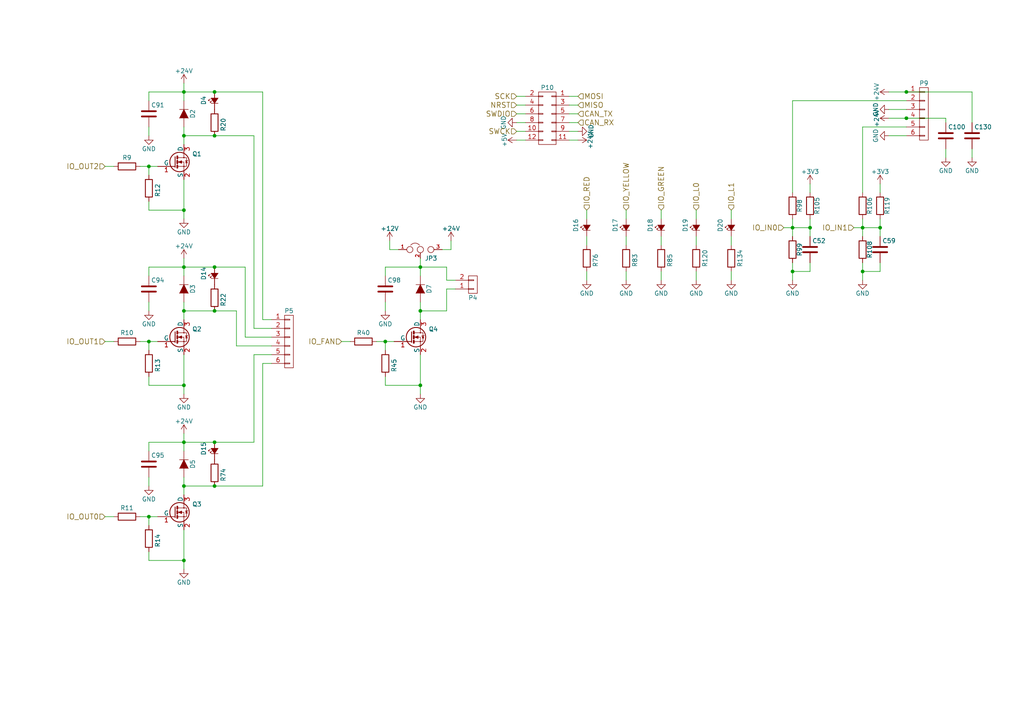
<source format=kicad_sch>
(kicad_sch (version 20211123) (generator eeschema)
  (paper "A4")
  (lib_symbols
    (symbol "stmbl_4.0-rescue:+12V-stmbl" (power) (pin_names (offset 0))
      (property "Value" "+12V-stmbl" (at 0 3.556 0))
      (symbol "+12V-stmbl_0_1"
        (polyline (pts (xy -0.762 1.27) (xy 0 2.54)))
        (polyline (pts (xy 0 0) (xy 0 2.54)))
        (polyline (pts (xy 0 2.54) (xy 0.762 1.27)))
      )
      (symbol "+12V-stmbl_1_1"
        (pin power_in line (at 0 0 90) (length 0) hide (name "+12V") (number "1"))
      )
    )
    (symbol "stmbl_4.0-rescue:+24V-stmbl" (power) (pin_names (offset 0))
      (property "Value" "+24V-stmbl" (at 0 3.556 0))
      (symbol "+24V-stmbl_0_1"
        (polyline (pts (xy -0.762 1.27) (xy 0 2.54)))
        (polyline (pts (xy 0 0) (xy 0 2.54)))
        (polyline (pts (xy 0 2.54) (xy 0.762 1.27)))
      )
      (symbol "+24V-stmbl_1_1"
        (pin power_in line (at 0 0 90) (length 0) hide (name "+24V") (number "1"))
      )
    )
    (symbol "stmbl_4.0-rescue:+3.3V-stmbl" (power) (pin_names (offset 0))
      (property "Value" "+3.3V-stmbl" (at 0 3.556 0))
      (symbol "+3.3V-stmbl_0_1"
        (polyline (pts (xy -0.762 1.27) (xy 0 2.54)))
        (polyline (pts (xy 0 0) (xy 0 2.54)))
        (polyline (pts (xy 0 2.54) (xy 0.762 1.27)))
      )
      (symbol "+3.3V-stmbl_1_1"
        (pin power_in line (at 0 0 90) (length 0) hide (name "+3V3") (number "1"))
      )
    )
    (symbol "stmbl_4.0-rescue:+5V-stmbl" (power) (pin_names (offset 0))
      (property "Value" "+5V-stmbl" (at 0 3.556 0))
      (symbol "+5V-stmbl_0_1"
        (polyline (pts (xy -0.762 1.27) (xy 0 2.54)))
        (polyline (pts (xy 0 0) (xy 0 2.54)))
        (polyline (pts (xy 0 2.54) (xy 0.762 1.27)))
      )
      (symbol "+5V-stmbl_1_1"
        (pin power_in line (at 0 0 90) (length 0) hide (name "+5V") (number "1"))
      )
    )
    (symbol "stmbl_4.0-rescue:C-stmbl" (pin_numbers hide) (pin_names (offset 0.254))
      (property "Reference" "C" (at 0.635 2.54 0))
      (property "Value" "C-stmbl" (at 0.635 -2.54 0))
      (symbol "C-stmbl_0_1"
        (polyline (pts (xy -2.032 -0.762) (xy 2.032 -0.762)) (stroke (width 0.508)))
        (polyline (pts (xy -2.032 0.762) (xy 2.032 0.762)) (stroke (width 0.508)))
      )
      (symbol "C-stmbl_1_1"
        (pin passive line (at 0 3.81 270) (length 2.794) (name "~") (number "1"))
        (pin passive line (at 0 -3.81 90) (length 2.794) (name "~") (number "2"))
      )
    )
    (symbol "stmbl_4.0-rescue:CONN_01X02-stmbl" (pin_names (offset 1.016) hide)
      (property "Reference" "P" (at 0 3.81 0))
      (property "Value" "CONN_01X02-stmbl" (at 2.54 0 90))
      (symbol "CONN_01X02-stmbl_0_1"
        (rectangle (start -1.27 -1.143) (end 0.254 -1.397))
        (rectangle (start -1.27 1.397) (end 0.254 1.143))
        (rectangle (start -1.27 2.54) (end 1.27 -2.54))
      )
      (symbol "CONN_01X02-stmbl_1_1"
        (pin passive line (at -5.08 1.27 0) (length 3.81) (name "P1") (number "1"))
        (pin passive line (at -5.08 -1.27 0) (length 3.81) (name "P2") (number "2"))
      )
    )
    (symbol "stmbl_4.0-rescue:CONN_01X06-stmbl" (pin_names (offset 1.016) hide)
      (property "Reference" "P" (at 0 8.89 0))
      (property "Value" "CONN_01X06-stmbl" (at 2.54 0 90))
      (symbol "CONN_01X06-stmbl_0_1"
        (rectangle (start -1.27 -6.223) (end 0.254 -6.477))
        (rectangle (start -1.27 -3.683) (end 0.254 -3.937))
        (rectangle (start -1.27 -1.143) (end 0.254 -1.397))
        (rectangle (start -1.27 1.397) (end 0.254 1.143))
        (rectangle (start -1.27 3.937) (end 0.254 3.683))
        (rectangle (start -1.27 6.477) (end 0.254 6.223))
        (rectangle (start -1.27 7.62) (end 1.27 -7.62))
      )
      (symbol "CONN_01X06-stmbl_1_1"
        (pin passive line (at -5.08 6.35 0) (length 3.81) (name "P1") (number "1"))
        (pin passive line (at -5.08 3.81 0) (length 3.81) (name "P2") (number "2"))
        (pin passive line (at -5.08 1.27 0) (length 3.81) (name "P3") (number "3"))
        (pin passive line (at -5.08 -1.27 0) (length 3.81) (name "P4") (number "4"))
        (pin passive line (at -5.08 -3.81 0) (length 3.81) (name "P5") (number "5"))
        (pin passive line (at -5.08 -6.35 0) (length 3.81) (name "P6") (number "6"))
      )
    )
    (symbol "stmbl_4.0-rescue:CONN_02X06-stmbl" (pin_names (offset 0.0254) hide)
      (property "Reference" "P" (at 0 8.89 0))
      (property "Value" "CONN_02X06-stmbl" (at 0 -8.89 0))
      (symbol "CONN_02X06-stmbl_0_1"
        (rectangle (start -2.54 -6.223) (end -1.27 -6.477))
        (rectangle (start -2.54 -3.683) (end -1.27 -3.937))
        (rectangle (start -2.54 -1.143) (end -1.27 -1.397))
        (rectangle (start -2.54 1.397) (end -1.27 1.143))
        (rectangle (start -2.54 3.937) (end -1.27 3.683))
        (rectangle (start -2.54 6.477) (end -1.27 6.223))
        (rectangle (start -2.54 7.62) (end 2.54 -7.62))
        (rectangle (start 1.27 -6.223) (end 2.54 -6.477))
        (rectangle (start 1.27 -3.683) (end 2.54 -3.937))
        (rectangle (start 1.27 -1.143) (end 2.54 -1.397))
        (rectangle (start 1.27 1.397) (end 2.54 1.143))
        (rectangle (start 1.27 3.937) (end 2.54 3.683))
        (rectangle (start 1.27 6.477) (end 2.54 6.223))
      )
      (symbol "CONN_02X06-stmbl_1_1"
        (pin passive line (at -6.35 6.35 0) (length 3.81) (name "P1") (number "1"))
        (pin passive line (at 6.35 -3.81 180) (length 3.81) (name "P10") (number "10"))
        (pin passive line (at -6.35 -6.35 0) (length 3.81) (name "P11") (number "11"))
        (pin passive line (at 6.35 -6.35 180) (length 3.81) (name "P12") (number "12"))
        (pin passive line (at 6.35 6.35 180) (length 3.81) (name "P2") (number "2"))
        (pin passive line (at -6.35 3.81 0) (length 3.81) (name "P3") (number "3"))
        (pin passive line (at 6.35 3.81 180) (length 3.81) (name "P4") (number "4"))
        (pin passive line (at -6.35 1.27 0) (length 3.81) (name "P5") (number "5"))
        (pin passive line (at 6.35 1.27 180) (length 3.81) (name "P6") (number "6"))
        (pin passive line (at -6.35 -1.27 0) (length 3.81) (name "P7") (number "7"))
        (pin passive line (at 6.35 -1.27 180) (length 3.81) (name "P8") (number "8"))
        (pin passive line (at -6.35 -3.81 0) (length 3.81) (name "P9") (number "9"))
      )
    )
    (symbol "stmbl_4.0-rescue:D-stmbl" (pin_numbers hide) (pin_names (offset 1.016) hide)
      (property "Reference" "D" (at 0 2.54 0))
      (property "Value" "D-stmbl" (at 0 -2.54 0))
      (symbol "D-stmbl_0_1"
        (polyline (pts (xy -1.27 1.27) (xy -1.27 -1.27)) (stroke (width 0.1524)))
        (polyline (pts (xy 1.27 1.27) (xy -1.27 0) (xy 1.27 -1.27)) (fill (type outline)))
      )
      (symbol "D-stmbl_1_1"
        (pin passive line (at -3.81 0 0) (length 2.54) (name "K") (number "1"))
        (pin passive line (at 3.81 0 180) (length 2.54) (name "A") (number "2"))
      )
    )
    (symbol "stmbl_4.0-rescue:GND-stmbl" (power) (pin_names (offset 0))
      (property "Value" "GND-stmbl" (at 0 -3.81 0))
      (symbol "GND-stmbl_0_1"
        (polyline (pts (xy 0 0) (xy 0 -1.27) (xy 1.27 -1.27) (xy 0 -2.54) (xy -1.27 -1.27) (xy 0 -1.27)))
      )
      (symbol "GND-stmbl_1_1"
        (pin power_in line (at 0 0 270) (length 0) hide (name "GND") (number "1"))
      )
    )
    (symbol "stmbl_4.0-rescue:JUMPER3_NC-stmbl" (pin_names (offset 0.762) hide)
      (property "Reference" "JP" (at 1.27 -2.54 0))
      (property "Value" "JUMPER3_NC-stmbl" (at 0 2.54 0))
      (symbol "JUMPER3_NC-stmbl_0_1"
        (circle (center -3.048 0) (radius 0.889))
        (arc (start -0.254 1.27) (mid -1.524 1.8804) (end -2.794 1.27))
        (circle (center 0 0) (radius 0.9144))
        (circle (center 3.048 0) (radius 0.889))
        (pin passive line (at -6.35 0 0) (length 2.413) (name "1") (number "1"))
        (pin passive line (at 0 -2.54 90) (length 1.524) (name "2") (number "2"))
        (pin passive line (at 6.35 0 180) (length 2.413) (name "3") (number "3"))
      )
    )
    (symbol "stmbl_4.0-rescue:Led_Small-stmbl" (pin_numbers hide) (pin_names (offset 0.254) hide)
      (property "Reference" "D" (at -1.27 3.175 0))
      (property "Value" "Led_Small-stmbl" (at -4.445 -2.54 0))
      (symbol "Led_Small-stmbl_0_1"
        (polyline (pts (xy -0.762 -1.016) (xy -0.762 1.016)))
        (polyline (pts (xy 0.762 -1.016) (xy -0.762 0) (xy 0.762 1.016) (xy 0.762 -1.016)) (fill (type outline)))
        (polyline (pts (xy 0 0.762) (xy -0.508 1.27) (xy -0.254 1.27) (xy -0.508 1.27) (xy -0.508 1.016)))
        (polyline (pts (xy 0.508 1.27) (xy 0 1.778) (xy 0.254 1.778) (xy 0 1.778) (xy 0 1.524)))
      )
      (symbol "Led_Small-stmbl_1_1"
        (pin passive line (at -2.54 0 0) (length 1.778) (name "K") (number "1"))
        (pin passive line (at 2.54 0 180) (length 1.778) (name "A") (number "2"))
      )
    )
    (symbol "stmbl_4.0-rescue:MMBF170-stmbl" (pin_names (offset 0))
      (property "Reference" "Q" (at 5.08 1.905 0))
      (property "Value" "MMBF170-stmbl" (at 5.08 0 0))
      (property "Footprint" "SOT-23" (at 5.08 -1.905 0))
      (symbol "MMBF170-stmbl_0_1"
        (polyline (pts (xy 0.635 -1.016) (xy 0.635 -1.651)) (stroke (width 0.508)))
        (polyline (pts (xy 0.635 0.381) (xy 0.635 -0.381)) (stroke (width 0.508)))
        (polyline (pts (xy 0.635 1.651) (xy 0.635 1.016)) (stroke (width 0.508)))
        (polyline (pts (xy 3.048 0.381) (xy 2.921 0.254)))
        (polyline (pts (xy 3.048 0.381) (xy 3.556 0.381)))
        (polyline (pts (xy 3.556 0.381) (xy 3.683 0.508)))
        (polyline (pts (xy 0 1.524) (xy 0 -1.524) (xy 0 -1.524)) (stroke (width 0.254)))
        (polyline (pts (xy 0.762 -1.27) (xy 2.54 -1.27) (xy 2.54 -2.54) (xy 2.54 -2.54)))
        (polyline (pts (xy 0.762 1.27) (xy 2.54 1.27) (xy 2.54 2.54) (xy 2.54 2.54)))
        (polyline (pts (xy 2.54 1.27) (xy 3.302 1.27) (xy 3.302 -1.27) (xy 2.54 -1.27)))
        (polyline (pts (xy 3.302 0.381) (xy 3.048 -0.254) (xy 3.556 -0.254) (xy 3.302 0.381)) (fill (type outline)))
        (polyline (pts (xy 0.762 0) (xy 1.27 0) (xy 2.54 0) (xy 2.54 -1.27) (xy 2.54 -1.27)))
        (polyline (pts (xy 0.889 0) (xy 1.905 0.381) (xy 1.905 -0.381) (xy 0.889 0) (xy 1.016 0) (xy 1.016 0)) (fill (type outline)))
        (circle (center 1.27 0) (radius 2.8194) (stroke (width 0.254)))
        (circle (center 2.54 -1.27) (radius 0.127))
        (circle (center 2.54 1.27) (radius 0.127))
      )
      (symbol "MMBF170-stmbl_1_1"
        (pin input line (at -5.08 -1.27 0) (length 5.08) (name "G") (number "1"))
        (pin passive line (at 2.54 -5.08 90) (length 2.54) (name "S") (number "2"))
        (pin passive line (at 2.54 5.08 270) (length 2.54) (name "D") (number "3"))
      )
    )
    (symbol "stmbl_4.0-rescue:R-stmbl" (pin_numbers hide) (pin_names (offset 0))
      (property "Reference" "R" (at 2.032 0 90))
      (property "Value" "R-stmbl" (at 0 0 90))
      (symbol "R-stmbl_0_1"
        (rectangle (start -1.016 -2.54) (end 1.016 2.54) (stroke (width 0.254)))
      )
      (symbol "R-stmbl_1_1"
        (pin passive line (at 0 3.81 270) (length 1.27) (name "~") (number "1"))
        (pin passive line (at 0 -3.81 90) (length 1.27) (name "~") (number "2"))
      )
    )
  )
  (junction (at 121.92 90.17))
  (junction (at 111.76 99.06))
  (junction (at 234.95 66.04))
  (junction (at 53.34 90.17))
  (junction (at 53.34 140.97))
  (junction (at 62.23 77.47))
  (junction (at 43.18 48.26))
  (junction (at 121.92 77.47))
  (junction (at 229.87 78.74))
  (junction (at 121.92 111.76))
  (junction (at 53.34 111.76))
  (junction (at 250.19 66.04))
  (junction (at 43.18 149.86))
  (junction (at 62.23 90.17))
  (junction (at 229.87 66.04))
  (junction (at 53.34 128.27))
  (junction (at 262.89 34.29))
  (junction (at 53.34 162.56))
  (junction (at 53.34 39.37))
  (junction (at 43.18 99.06))
  (junction (at 250.19 78.74))
  (junction (at 53.34 60.96))
  (junction (at 62.23 39.37))
  (junction (at 53.34 26.67))
  (junction (at 62.23 128.27))
  (junction (at 255.27 66.04))
  (junction (at 53.34 77.47))
  (junction (at 62.23 140.97))
  (junction (at 262.89 26.67))
  (junction (at 62.23 26.67))
  (wire (pts (xy 250.19 76.2) (xy 250.19 78.74)))
  (wire (pts (xy 149.86 30.48) (xy 152.4 30.48)))
  (wire (pts (xy 129.54 77.47) (xy 121.92 77.47)))
  (wire (pts (xy 250.19 36.83) (xy 250.19 55.88)))
  (wire (pts (xy 149.86 40.64) (xy 152.4 40.64)))
  (wire (pts (xy 201.93 68.58) (xy 201.93 71.12)))
  (wire (pts (xy 170.18 78.74) (xy 170.18 81.28)))
  (wire (pts (xy 181.61 60.96) (xy 181.61 63.5)))
  (wire (pts (xy 68.58 100.33) (xy 68.58 90.17)))
  (wire (pts (xy 43.18 149.86) (xy 45.72 149.86)))
  (wire (pts (xy 71.12 97.79) (xy 78.74 97.79)))
  (wire (pts (xy 76.2 140.97) (xy 62.23 140.97)))
  (wire (pts (xy 101.6 99.06) (xy 99.06 99.06)))
  (wire (pts (xy 262.89 34.29) (xy 274.32 34.29)))
  (wire (pts (xy 43.18 109.22) (xy 43.18 111.76)))
  (wire (pts (xy 257.81 39.37) (xy 262.89 39.37)))
  (wire (pts (xy 229.87 29.21) (xy 262.89 29.21)))
  (wire (pts (xy 111.76 87.63) (xy 111.76 90.17)))
  (wire (pts (xy 43.18 80.01) (xy 43.18 77.47)))
  (wire (pts (xy 149.86 27.94) (xy 152.4 27.94)))
  (wire (pts (xy 53.34 111.76) (xy 53.34 114.3)))
  (wire (pts (xy 68.58 90.17) (xy 62.23 90.17)))
  (wire (pts (xy 130.81 72.39) (xy 130.81 69.85)))
  (wire (pts (xy 76.2 105.41) (xy 76.2 140.97)))
  (wire (pts (xy 121.92 77.47) (xy 121.92 80.01)))
  (wire (pts (xy 121.92 77.47) (xy 111.76 77.47)))
  (wire (pts (xy 62.23 128.27) (xy 53.34 128.27)))
  (wire (pts (xy 43.18 111.76) (xy 53.34 111.76)))
  (wire (pts (xy 165.1 33.02) (xy 167.64 33.02)))
  (wire (pts (xy 53.34 138.43) (xy 53.34 140.97)))
  (wire (pts (xy 53.34 162.56) (xy 53.34 165.1)))
  (wire (pts (xy 132.08 81.28) (xy 129.54 81.28)))
  (wire (pts (xy 53.34 128.27) (xy 53.34 130.81)))
  (wire (pts (xy 121.92 111.76) (xy 121.92 114.3)))
  (wire (pts (xy 71.12 77.47) (xy 71.12 97.79)))
  (wire (pts (xy 229.87 29.21) (xy 229.87 55.88)))
  (wire (pts (xy 76.2 92.71) (xy 76.2 26.67)))
  (wire (pts (xy 78.74 102.87) (xy 73.66 102.87)))
  (wire (pts (xy 43.18 26.67) (xy 43.18 29.21)))
  (wire (pts (xy 212.09 68.58) (xy 212.09 71.12)))
  (wire (pts (xy 43.18 48.26) (xy 45.72 48.26)))
  (wire (pts (xy 43.18 160.02) (xy 43.18 162.56)))
  (wire (pts (xy 262.89 26.67) (xy 281.94 26.67)))
  (wire (pts (xy 274.32 34.29) (xy 274.32 35.56)))
  (wire (pts (xy 53.34 77.47) (xy 62.23 77.47)))
  (wire (pts (xy 212.09 78.74) (xy 212.09 81.28)))
  (wire (pts (xy 191.77 68.58) (xy 191.77 71.12)))
  (wire (pts (xy 78.74 100.33) (xy 68.58 100.33)))
  (wire (pts (xy 43.18 60.96) (xy 53.34 60.96)))
  (wire (pts (xy 165.1 30.48) (xy 167.64 30.48)))
  (wire (pts (xy 229.87 76.2) (xy 229.87 78.74)))
  (wire (pts (xy 53.34 26.67) (xy 43.18 26.67)))
  (wire (pts (xy 234.95 63.5) (xy 234.95 66.04)))
  (wire (pts (xy 111.76 101.6) (xy 111.76 99.06)))
  (wire (pts (xy 191.77 78.74) (xy 191.77 81.28)))
  (wire (pts (xy 111.76 109.22) (xy 111.76 111.76)))
  (wire (pts (xy 53.34 26.67) (xy 53.34 29.21)))
  (wire (pts (xy 255.27 76.2) (xy 255.27 78.74)))
  (wire (pts (xy 111.76 77.47) (xy 111.76 80.01)))
  (wire (pts (xy 53.34 125.73) (xy 53.34 128.27)))
  (wire (pts (xy 109.22 99.06) (xy 111.76 99.06)))
  (wire (pts (xy 78.74 105.41) (xy 76.2 105.41)))
  (wire (pts (xy 43.18 99.06) (xy 45.72 99.06)))
  (wire (pts (xy 255.27 78.74) (xy 250.19 78.74)))
  (wire (pts (xy 281.94 26.67) (xy 281.94 35.56)))
  (wire (pts (xy 43.18 39.37) (xy 43.18 36.83)))
  (wire (pts (xy 234.95 53.34) (xy 234.95 55.88)))
  (wire (pts (xy 229.87 66.04) (xy 229.87 68.58)))
  (wire (pts (xy 250.19 63.5) (xy 250.19 66.04)))
  (wire (pts (xy 43.18 162.56) (xy 53.34 162.56)))
  (wire (pts (xy 53.34 87.63) (xy 53.34 90.17)))
  (wire (pts (xy 73.66 102.87) (xy 73.66 128.27)))
  (wire (pts (xy 132.08 83.82) (xy 129.54 83.82)))
  (wire (pts (xy 43.18 58.42) (xy 43.18 60.96)))
  (wire (pts (xy 234.95 66.04) (xy 234.95 68.58)))
  (wire (pts (xy 227.33 66.04) (xy 229.87 66.04)))
  (wire (pts (xy 255.27 63.5) (xy 255.27 66.04)))
  (wire (pts (xy 181.61 78.74) (xy 181.61 81.28)))
  (wire (pts (xy 250.19 66.04) (xy 250.19 68.58)))
  (wire (pts (xy 121.92 90.17) (xy 121.92 92.71)))
  (wire (pts (xy 76.2 26.67) (xy 62.23 26.67)))
  (wire (pts (xy 181.61 68.58) (xy 181.61 71.12)))
  (wire (pts (xy 40.64 149.86) (xy 43.18 149.86)))
  (wire (pts (xy 53.34 140.97) (xy 53.34 143.51)))
  (wire (pts (xy 53.34 39.37) (xy 53.34 41.91)))
  (wire (pts (xy 129.54 90.17) (xy 121.92 90.17)))
  (wire (pts (xy 229.87 66.04) (xy 234.95 66.04)))
  (wire (pts (xy 33.02 48.26) (xy 30.48 48.26)))
  (wire (pts (xy 111.76 111.76) (xy 121.92 111.76)))
  (wire (pts (xy 62.23 26.67) (xy 53.34 26.67)))
  (wire (pts (xy 62.23 140.97) (xy 53.34 140.97)))
  (wire (pts (xy 247.65 66.04) (xy 250.19 66.04)))
  (wire (pts (xy 53.34 90.17) (xy 53.34 92.71)))
  (wire (pts (xy 40.64 48.26) (xy 43.18 48.26)))
  (wire (pts (xy 128.27 72.39) (xy 130.81 72.39)))
  (wire (pts (xy 191.77 60.96) (xy 191.77 63.5)))
  (wire (pts (xy 53.34 102.87) (xy 53.34 111.76)))
  (wire (pts (xy 53.34 60.96) (xy 53.34 63.5)))
  (wire (pts (xy 111.76 99.06) (xy 114.3 99.06)))
  (wire (pts (xy 250.19 36.83) (xy 262.89 36.83)))
  (wire (pts (xy 170.18 68.58) (xy 170.18 71.12)))
  (wire (pts (xy 121.92 87.63) (xy 121.92 90.17)))
  (wire (pts (xy 62.23 39.37) (xy 73.66 39.37)))
  (wire (pts (xy 165.1 40.64) (xy 167.64 40.64)))
  (wire (pts (xy 33.02 99.06) (xy 30.48 99.06)))
  (wire (pts (xy 53.34 24.13) (xy 53.34 26.67)))
  (wire (pts (xy 43.18 101.6) (xy 43.18 99.06)))
  (wire (pts (xy 274.32 45.72) (xy 274.32 43.18)))
  (wire (pts (xy 229.87 63.5) (xy 229.87 66.04)))
  (wire (pts (xy 234.95 78.74) (xy 229.87 78.74)))
  (wire (pts (xy 250.19 78.74) (xy 250.19 81.28)))
  (wire (pts (xy 62.23 90.17) (xy 53.34 90.17)))
  (wire (pts (xy 170.18 60.96) (xy 170.18 63.5)))
  (wire (pts (xy 40.64 99.06) (xy 43.18 99.06)))
  (wire (pts (xy 201.93 60.96) (xy 201.93 63.5)))
  (wire (pts (xy 115.57 72.39) (xy 113.03 72.39)))
  (wire (pts (xy 165.1 35.56) (xy 167.64 35.56)))
  (wire (pts (xy 255.27 66.04) (xy 255.27 68.58)))
  (wire (pts (xy 43.18 140.97) (xy 43.18 138.43)))
  (wire (pts (xy 113.03 72.39) (xy 113.03 69.85)))
  (wire (pts (xy 121.92 74.93) (xy 121.92 77.47)))
  (wire (pts (xy 229.87 78.74) (xy 229.87 81.28)))
  (wire (pts (xy 212.09 60.96) (xy 212.09 63.5)))
  (wire (pts (xy 129.54 83.82) (xy 129.54 90.17)))
  (wire (pts (xy 53.34 36.83) (xy 53.34 39.37)))
  (wire (pts (xy 43.18 152.4) (xy 43.18 149.86)))
  (wire (pts (xy 62.23 77.47) (xy 71.12 77.47)))
  (wire (pts (xy 73.66 128.27) (xy 62.23 128.27)))
  (wire (pts (xy 149.86 33.02) (xy 152.4 33.02)))
  (wire (pts (xy 281.94 45.72) (xy 281.94 43.18)))
  (wire (pts (xy 121.92 102.87) (xy 121.92 111.76)))
  (wire (pts (xy 129.54 81.28) (xy 129.54 77.47)))
  (wire (pts (xy 43.18 128.27) (xy 43.18 130.81)))
  (wire (pts (xy 53.34 52.07) (xy 53.34 60.96)))
  (wire (pts (xy 257.81 34.29) (xy 262.89 34.29)))
  (wire (pts (xy 152.4 38.1) (xy 149.86 38.1)))
  (wire (pts (xy 53.34 39.37) (xy 62.23 39.37)))
  (wire (pts (xy 250.19 66.04) (xy 255.27 66.04)))
  (wire (pts (xy 73.66 95.25) (xy 78.74 95.25)))
  (wire (pts (xy 165.1 38.1) (xy 167.64 38.1)))
  (wire (pts (xy 43.18 90.17) (xy 43.18 87.63)))
  (wire (pts (xy 78.74 92.71) (xy 76.2 92.71)))
  (wire (pts (xy 33.02 149.86) (xy 30.48 149.86)))
  (wire (pts (xy 43.18 77.47) (xy 53.34 77.47)))
  (wire (pts (xy 255.27 53.34) (xy 255.27 55.88)))
  (wire (pts (xy 53.34 74.93) (xy 53.34 77.47)))
  (wire (pts (xy 149.86 35.56) (xy 152.4 35.56)))
  (wire (pts (xy 53.34 77.47) (xy 53.34 80.01)))
  (wire (pts (xy 73.66 39.37) (xy 73.66 95.25)))
  (wire (pts (xy 257.81 31.75) (xy 262.89 31.75)))
  (wire (pts (xy 165.1 27.94) (xy 167.64 27.94)))
  (wire (pts (xy 201.93 78.74) (xy 201.93 81.28)))
  (wire (pts (xy 53.34 128.27) (xy 43.18 128.27)))
  (wire (pts (xy 234.95 76.2) (xy 234.95 78.74)))
  (wire (pts (xy 43.18 50.8) (xy 43.18 48.26)))
  (wire (pts (xy 53.34 153.67) (xy 53.34 162.56)))
  (wire (pts (xy 257.81 26.67) (xy 262.89 26.67)))
  (hierarchical_label "IO_OUT2" (shape input) (at 30.48 48.26 180) (effects (font (size 1.524 1.524))))
  (hierarchical_label "IO_OUT0" (shape input) (at 30.48 149.86 180) (effects (font (size 1.524 1.524))))
  (hierarchical_label "MOSI" (shape input) (at 167.64 27.94 0) (effects (font (size 1.524 1.524))))
  (hierarchical_label "SWDIO" (shape input) (at 149.86 33.02 180) (effects (font (size 1.524 1.524))))
  (hierarchical_label "IO_IN0" (shape input) (at 227.33 66.04 180) (effects (font (size 1.524 1.524))))
  (hierarchical_label "IO_L1" (shape input) (at 212.09 60.96 90) (effects (font (size 1.524 1.524))))
  (hierarchical_label "IO_OUT1" (shape input) (at 30.48 99.06 180) (effects (font (size 1.524 1.524))))
  (hierarchical_label "IO_IN1" (shape input) (at 247.65 66.04 180) (effects (font (size 1.524 1.524))))
  (hierarchical_label "MISO" (shape input) (at 167.64 30.48 0) (effects (font (size 1.524 1.524))))
  (hierarchical_label "NRST" (shape input) (at 149.86 30.48 180) (effects (font (size 1.524 1.524))))
  (hierarchical_label "CAN_RX" (shape input) (at 167.64 35.56 0) (effects (font (size 1.524 1.524))))
  (hierarchical_label "IO_YELLOW" (shape input) (at 181.61 60.96 90) (effects (font (size 1.524 1.524))))
  (hierarchical_label "SCK" (shape input) (at 149.86 27.94 180) (effects (font (size 1.524 1.524))))
  (hierarchical_label "SWCK" (shape input) (at 149.86 38.1 180) (effects (font (size 1.524 1.524))))
  (hierarchical_label "IO_L0" (shape input) (at 201.93 60.96 90) (effects (font (size 1.524 1.524))))
  (hierarchical_label "CAN_TX" (shape input) (at 167.64 33.02 0) (effects (font (size 1.524 1.524))))
  (hierarchical_label "IO_RED" (shape input) (at 170.18 60.96 90) (effects (font (size 1.524 1.524))))
  (hierarchical_label "IO_GREEN" (shape input) (at 191.77 60.96 90) (effects (font (size 1.524 1.524))))
  (hierarchical_label "IO_FAN" (shape input) (at 99.06 99.06 180) (effects (font (size 1.524 1.524))))
  (symbol (lib_id "stmbl_4.0-rescue:CONN_01X06-stmbl") (at 83.82 99.06 0) (unit 1)
    (property "Reference" "P5" (at 83.82 90.17 0))
    (property "Manufacturer No" "1844252" (effects hide))
    (property "Manufacturer" "Phoenix" (effects hide))
  )
  (symbol (lib_id "stmbl_4.0-rescue:CONN_01X06-stmbl") (at 267.97 33.02 0) (unit 1)
    (property "Reference" "P9" (at 267.97 24.13 0))
    (property "Manufacturer No" "1844252" (effects hide))
    (property "Manufacturer" "Phoenix" (effects hide))
  )
  (symbol (lib_id "stmbl_4.0-rescue:+24V-stmbl") (at 257.81 26.67 90) (unit 1)
    (property "Reference" "#PWR0145" (effects hide))
  )
  (symbol (lib_id "stmbl_4.0-rescue:+24V-stmbl") (at 257.81 34.29 90) (unit 1)
    (property "Reference" "#PWR0146" (effects hide))
  )
  (symbol (lib_id "stmbl_4.0-rescue:+24V-stmbl") (at 167.64 40.64 270) (unit 1)
    (property "Reference" "#PWR0147" (effects hide))
  )
  (symbol (lib_id "stmbl_4.0-rescue:+5V-stmbl") (at 149.86 40.64 90) (unit 1)
    (property "Reference" "#PWR0148" (effects hide))
  )
  (symbol (lib_id "stmbl_4.0-rescue:GND-stmbl") (at 167.64 38.1 90) (unit 1)
    (property "Reference" "#PWR0149" (effects hide))
  )
  (symbol (lib_id "stmbl_4.0-rescue:GND-stmbl") (at 257.81 39.37 270) (unit 1)
    (property "Reference" "#PWR0150" (effects hide))
  )
  (symbol (lib_id "stmbl_4.0-rescue:GND-stmbl") (at 257.81 31.75 270) (unit 1)
    (property "Reference" "#PWR0151" (effects hide))
  )
  (symbol (lib_id "stmbl_4.0-rescue:MMBF170-stmbl") (at 50.8 46.99 0) (unit 1)
    (property "Reference" "Q1" (at 55.7276 44.6532 0) (effects (justify left)))
    (property "Manufacturer No" "IRLML6344TRPBF" (effects hide))
    (property "Manufacturer" "Infineon" (effects hide))
  )
  (symbol (lib_id "stmbl_4.0-rescue:R-stmbl") (at 36.83 48.26 270) (unit 1)
    (property "Reference" "R9" (at 36.83 45.72 90))
    (property "Tolerance" "1%" (effects hide))
  )
  (symbol (lib_id "stmbl_4.0-rescue:R-stmbl") (at 43.18 54.61 0) (unit 1)
    (property "Reference" "R12" (at 45.72 57.15 90) (effects (justify left)))
    (property "Tolerance" "1%" (effects hide))
  )
  (symbol (lib_id "stmbl_4.0-rescue:GND-stmbl") (at 53.34 63.5 0) (unit 1)
    (property "Reference" "#PWR0152" (effects hide))
  )
  (symbol (lib_id "stmbl_4.0-rescue:D-stmbl") (at 53.34 33.02 270) (unit 1)
    (property "Reference" "D2" (at 55.88 33.02 0))
    (property "Manufacturer No" "ES1J-LTP" (effects hide))
    (property "Manufacturer" "Micro Commercial Co" (effects hide))
  )
  (symbol (lib_id "stmbl_4.0-rescue:MMBF170-stmbl") (at 50.8 97.79 0) (unit 1)
    (property "Reference" "Q2" (at 55.7276 95.4532 0) (effects (justify left)))
    (property "Manufacturer No" "IRLML6344TRPBF" (effects hide))
    (property "Manufacturer" "Infineon" (effects hide))
  )
  (symbol (lib_id "stmbl_4.0-rescue:R-stmbl") (at 36.83 99.06 270) (unit 1)
    (property "Reference" "R10" (at 36.83 96.52 90))
    (property "Tolerance" "1%" (effects hide))
  )
  (symbol (lib_id "stmbl_4.0-rescue:R-stmbl") (at 43.18 105.41 0) (unit 1)
    (property "Reference" "R13" (at 45.72 107.95 90) (effects (justify left)))
    (property "Tolerance" "1%" (effects hide))
  )
  (symbol (lib_id "stmbl_4.0-rescue:GND-stmbl") (at 53.34 114.3 0) (unit 1)
    (property "Reference" "#PWR0153" (effects hide))
  )
  (symbol (lib_id "stmbl_4.0-rescue:D-stmbl") (at 53.34 83.82 270) (unit 1)
    (property "Reference" "D3" (at 55.88 83.82 0))
    (property "Manufacturer No" "ES1J-LTP" (effects hide))
    (property "Manufacturer" "Micro Commercial Co" (effects hide))
  )
  (symbol (lib_id "stmbl_4.0-rescue:MMBF170-stmbl") (at 50.8 148.59 0) (unit 1)
    (property "Reference" "Q3" (at 55.7276 146.2532 0) (effects (justify left)))
    (property "Manufacturer No" "IRLML6344TRPBF" (effects hide))
    (property "Manufacturer" "Infineon" (effects hide))
  )
  (symbol (lib_id "stmbl_4.0-rescue:R-stmbl") (at 36.83 149.86 270) (unit 1)
    (property "Reference" "R11" (at 36.83 147.32 90))
    (property "Tolerance" "1%" (effects hide))
  )
  (symbol (lib_id "stmbl_4.0-rescue:R-stmbl") (at 43.18 156.21 0) (unit 1)
    (property "Reference" "R14" (at 45.72 158.75 90) (effects (justify left)))
    (property "Tolerance" "1%" (effects hide))
  )
  (symbol (lib_id "stmbl_4.0-rescue:GND-stmbl") (at 53.34 165.1 0) (unit 1)
    (property "Reference" "#PWR0154" (effects hide))
  )
  (symbol (lib_id "stmbl_4.0-rescue:D-stmbl") (at 53.34 134.62 270) (unit 1)
    (property "Reference" "D5" (at 55.88 134.62 0))
    (property "Manufacturer No" "ES1J-LTP" (effects hide))
    (property "Manufacturer" "Micro Commercial Co" (effects hide))
  )
  (symbol (lib_id "stmbl_4.0-rescue:MMBF170-stmbl") (at 119.38 97.79 0) (unit 1)
    (property "Reference" "Q4" (at 124.3076 95.4532 0) (effects (justify left)))
    (property "Manufacturer No" "IRLML6344TRPBF" (effects hide))
    (property "Manufacturer" "Infineon" (effects hide))
  )
  (symbol (lib_id "stmbl_4.0-rescue:R-stmbl") (at 105.41 99.06 270) (unit 1)
    (property "Reference" "R40" (at 105.41 96.52 90))
    (property "Tolerance" "1%" (effects hide))
  )
  (symbol (lib_id "stmbl_4.0-rescue:R-stmbl") (at 111.76 105.41 0) (unit 1)
    (property "Reference" "R45" (at 114.3 107.95 90) (effects (justify left)))
    (property "Tolerance" "1%" (effects hide))
  )
  (symbol (lib_id "stmbl_4.0-rescue:GND-stmbl") (at 121.92 114.3 0) (unit 1)
    (property "Reference" "#PWR0155" (effects hide))
  )
  (symbol (lib_id "stmbl_4.0-rescue:D-stmbl") (at 121.92 83.82 270) (unit 1)
    (property "Reference" "D7" (at 124.46 83.82 0))
    (property "Manufacturer No" "ES1J-LTP" (effects hide))
    (property "Manufacturer" "Micro Commercial Co" (effects hide))
  )
  (symbol (lib_id "stmbl_4.0-rescue:R-stmbl") (at 255.27 59.69 0) (unit 1)
    (property "Reference" "R119" (at 257.302 59.69 90))
    (property "Tolerance" "1%" (effects hide))
  )
  (symbol (lib_id "stmbl_4.0-rescue:R-stmbl") (at 250.19 59.69 0) (unit 1)
    (property "Reference" "R106" (at 252.222 59.69 90))
    (property "Tolerance" "1%" (effects hide))
  )
  (symbol (lib_id "stmbl_4.0-rescue:R-stmbl") (at 250.19 72.39 0) (unit 1)
    (property "Reference" "R108" (at 252.222 72.39 90))
    (property "Tolerance" "1%" (effects hide))
  )
  (symbol (lib_id "stmbl_4.0-rescue:GND-stmbl") (at 250.19 81.28 0) (unit 1)
    (property "Reference" "#PWR0156" (effects hide))
  )
  (symbol (lib_id "stmbl_4.0-rescue:+3.3V-stmbl") (at 255.27 53.34 0) (unit 1)
    (property "Reference" "#PWR0157" (effects hide))
  )
  (symbol (lib_id "stmbl_4.0-rescue:R-stmbl") (at 234.95 59.69 0) (unit 1)
    (property "Reference" "R105" (at 236.982 59.69 90))
    (property "Tolerance" "1%" (effects hide))
  )
  (symbol (lib_id "stmbl_4.0-rescue:R-stmbl") (at 229.87 59.69 0) (unit 1)
    (property "Reference" "R98" (at 231.902 59.69 90))
    (property "Tolerance" "1%" (effects hide))
  )
  (symbol (lib_id "stmbl_4.0-rescue:R-stmbl") (at 229.87 72.39 0) (unit 1)
    (property "Reference" "R99" (at 231.902 72.39 90))
    (property "Tolerance" "1%" (effects hide))
  )
  (symbol (lib_id "stmbl_4.0-rescue:GND-stmbl") (at 229.87 81.28 0) (unit 1)
    (property "Reference" "#PWR0158" (effects hide))
  )
  (symbol (lib_id "stmbl_4.0-rescue:+3.3V-stmbl") (at 234.95 53.34 0) (unit 1)
    (property "Reference" "#PWR0159" (effects hide))
  )
  (symbol (lib_id "stmbl_4.0-rescue:C-stmbl") (at 234.95 72.39 0) (unit 1)
    (property "Reference" "C52" (at 235.585 69.85 0) (effects (justify left)))
    (property "Voltage" "50V" (effects hide))
    (property "Tolerance" "X5R" (effects hide))
  )
  (symbol (lib_id "stmbl_4.0-rescue:C-stmbl") (at 255.27 72.39 0) (unit 1)
    (property "Reference" "C59" (at 255.905 69.85 0) (effects (justify left)))
    (property "Voltage" "50V" (effects hide))
    (property "Tolerance" "X5R" (effects hide))
  )
  (symbol (lib_id "stmbl_4.0-rescue:+12V-stmbl") (at 113.03 69.85 0) (unit 1)
    (property "Reference" "#PWR0160" (effects hide))
  )
  (symbol (lib_id "stmbl_4.0-rescue:CONN_02X06-stmbl") (at 158.75 34.29 0) (mirror y) (unit 1)
    (property "Reference" "P10" (at 158.75 25.4 0))
  )
  (symbol (lib_id "stmbl_4.0-rescue:R-stmbl") (at 62.23 35.56 0) (unit 1)
    (property "Reference" "R20" (at 64.77 38.1 90) (effects (justify left)))
    (property "Tolerance" "1%" (effects hide))
  )
  (symbol (lib_id "stmbl_4.0-rescue:Led_Small-stmbl") (at 62.23 29.21 90) (unit 1)
    (property "Reference" "D4" (at 59.055 30.48 0) (effects (justify left)))
    (property "Manufacturer No" "LTST-S220KGKT" (effects hide))
    (property "Manufacturer" "Lite-On" (effects hide))
  )
  (symbol (lib_id "stmbl_4.0-rescue:R-stmbl") (at 62.23 86.36 0) (unit 1)
    (property "Reference" "R22" (at 64.77 88.9 90) (effects (justify left)))
    (property "Tolerance" "1%" (effects hide))
  )
  (symbol (lib_id "stmbl_4.0-rescue:Led_Small-stmbl") (at 62.23 80.01 90) (unit 1)
    (property "Reference" "D14" (at 59.055 81.28 0) (effects (justify left)))
    (property "Manufacturer No" "LTST-S220KGKT" (effects hide))
    (property "Manufacturer" "Lite-On" (effects hide))
  )
  (symbol (lib_id "stmbl_4.0-rescue:R-stmbl") (at 62.23 137.16 0) (unit 1)
    (property "Reference" "R74" (at 64.77 139.7 90) (effects (justify left)))
    (property "Tolerance" "1%" (effects hide))
  )
  (symbol (lib_id "stmbl_4.0-rescue:Led_Small-stmbl") (at 62.23 130.81 90) (unit 1)
    (property "Reference" "D15" (at 59.055 132.08 0) (effects (justify left)))
    (property "Manufacturer No" "LTST-S220KGKT" (effects hide))
    (property "Manufacturer" "Lite-On" (effects hide))
  )
  (symbol (lib_id "stmbl_4.0-rescue:R-stmbl") (at 212.09 74.93 0) (unit 1)
    (property "Reference" "R134" (at 214.63 77.47 90) (effects (justify left)))
    (property "Tolerance" "1%" (effects hide))
  )
  (symbol (lib_id "stmbl_4.0-rescue:Led_Small-stmbl") (at 212.09 66.04 90) (unit 1)
    (property "Reference" "D20" (at 208.915 67.31 0) (effects (justify left)))
    (property "Manufacturer No" "LTST-S220KGKT" (effects hide))
    (property "Manufacturer" "Lite-On" (effects hide))
  )
  (symbol (lib_id "stmbl_4.0-rescue:GND-stmbl") (at 212.09 81.28 0) (unit 1)
    (property "Reference" "#PWR0161" (effects hide))
  )
  (symbol (lib_id "stmbl_4.0-rescue:R-stmbl") (at 201.93 74.93 0) (unit 1)
    (property "Reference" "R120" (at 204.47 77.47 90) (effects (justify left)))
    (property "Tolerance" "1%" (effects hide))
  )
  (symbol (lib_id "stmbl_4.0-rescue:Led_Small-stmbl") (at 201.93 66.04 90) (unit 1)
    (property "Reference" "D19" (at 198.755 67.31 0) (effects (justify left)))
    (property "Manufacturer No" "LTST-S220KGKT" (effects hide))
    (property "Manufacturer" "Lite-On" (effects hide))
  )
  (symbol (lib_id "stmbl_4.0-rescue:GND-stmbl") (at 201.93 81.28 0) (unit 1)
    (property "Reference" "#PWR0162" (effects hide))
  )
  (symbol (lib_id "stmbl_4.0-rescue:GND-stmbl") (at 149.86 35.56 270) (unit 1)
    (property "Reference" "#PWR0163" (effects hide))
  )
  (symbol (lib_id "stmbl_4.0-rescue:R-stmbl") (at 191.77 74.93 0) (unit 1)
    (property "Reference" "R85" (at 194.31 77.47 90) (effects (justify left)))
    (property "Tolerance" "1%" (effects hide))
  )
  (symbol (lib_id "stmbl_4.0-rescue:Led_Small-stmbl") (at 191.77 66.04 90) (unit 1)
    (property "Reference" "D18" (at 188.595 67.31 0) (effects (justify left)))
    (property "Manufacturer No" "LTST-S220KGKT" (effects hide))
    (property "Manufacturer" "Lite-On" (effects hide))
  )
  (symbol (lib_id "stmbl_4.0-rescue:GND-stmbl") (at 191.77 81.28 0) (unit 1)
    (property "Reference" "#PWR0164" (effects hide))
  )
  (symbol (lib_id "stmbl_4.0-rescue:R-stmbl") (at 181.61 74.93 0) (unit 1)
    (property "Reference" "R83" (at 184.15 77.47 90) (effects (justify left)))
    (property "Tolerance" "1%" (effects hide))
  )
  (symbol (lib_id "stmbl_4.0-rescue:Led_Small-stmbl") (at 181.61 66.04 90) (unit 1)
    (property "Reference" "D17" (at 178.435 67.31 0) (effects (justify left)))
    (property "Manufacturer No" "LTST-S220KSKT" (effects hide))
    (property "Manufacturer" "Lite-On" (effects hide))
  )
  (symbol (lib_id "stmbl_4.0-rescue:GND-stmbl") (at 181.61 81.28 0) (unit 1)
    (property "Reference" "#PWR0165" (effects hide))
  )
  (symbol (lib_id "stmbl_4.0-rescue:R-stmbl") (at 170.18 74.93 0) (unit 1)
    (property "Reference" "R76" (at 172.72 77.47 90) (effects (justify left)))
    (property "Tolerance" "1%" (effects hide))
  )
  (symbol (lib_id "stmbl_4.0-rescue:Led_Small-stmbl") (at 170.18 66.04 90) (unit 1)
    (property "Reference" "D16" (at 167.005 67.31 0) (effects (justify left)))
    (property "Manufacturer No" "LTST-S220KRKT" (effects hide))
    (property "Manufacturer" "Lite-On" (effects hide))
  )
  (symbol (lib_id "stmbl_4.0-rescue:GND-stmbl") (at 170.18 81.28 0) (unit 1)
    (property "Reference" "#PWR0166" (effects hide))
  )
  (symbol (lib_id "stmbl_4.0-rescue:CONN_01X02-stmbl") (at 137.16 82.55 0) (mirror x) (unit 1)
    (property "Reference" "P4" (at 137.16 86.36 0))
  )
  (symbol (lib_id "stmbl_4.0-rescue:C-stmbl") (at 43.18 33.02 0) (unit 1)
    (property "Reference" "C91" (at 43.815 30.48 0) (effects (justify left)))
    (property "Voltage" "50V" (effects hide))
    (property "Tolerance" "X5R" (effects hide))
  )
  (symbol (lib_id "stmbl_4.0-rescue:GND-stmbl") (at 43.18 39.37 0) (unit 1)
    (property "Reference" "#PWR0167" (effects hide))
  )
  (symbol (lib_id "stmbl_4.0-rescue:C-stmbl") (at 43.18 83.82 0) (unit 1)
    (property "Reference" "C94" (at 43.815 81.28 0) (effects (justify left)))
    (property "Voltage" "50V" (effects hide))
    (property "Tolerance" "X5R" (effects hide))
  )
  (symbol (lib_id "stmbl_4.0-rescue:GND-stmbl") (at 43.18 90.17 0) (unit 1)
    (property "Reference" "#PWR0168" (effects hide))
  )
  (symbol (lib_id "stmbl_4.0-rescue:C-stmbl") (at 43.18 134.62 0) (unit 1)
    (property "Reference" "C95" (at 43.815 132.08 0) (effects (justify left)))
    (property "Voltage" "50V" (effects hide))
    (property "Tolerance" "X5R" (effects hide))
  )
  (symbol (lib_id "stmbl_4.0-rescue:GND-stmbl") (at 43.18 140.97 0) (unit 1)
    (property "Reference" "#PWR0169" (effects hide))
  )
  (symbol (lib_id "stmbl_4.0-rescue:C-stmbl") (at 274.32 39.37 0) (unit 1)
    (property "Reference" "C100" (at 274.955 36.83 0) (effects (justify left)))
    (property "Voltage" "50V" (effects hide))
    (property "Tolerance" "X5R" (effects hide))
  )
  (symbol (lib_id "stmbl_4.0-rescue:C-stmbl") (at 281.94 39.37 0) (unit 1)
    (property "Reference" "C130" (at 282.575 36.83 0) (effects (justify left)))
    (property "Voltage" "50V" (effects hide))
    (property "Tolerance" "X5R" (effects hide))
  )
  (symbol (lib_id "stmbl_4.0-rescue:GND-stmbl") (at 274.32 45.72 0) (unit 1)
    (property "Reference" "#PWR0170" (effects hide))
  )
  (symbol (lib_id "stmbl_4.0-rescue:GND-stmbl") (at 281.94 45.72 0) (unit 1)
    (property "Reference" "#PWR0171" (effects hide))
  )
  (symbol (lib_id "stmbl_4.0-rescue:C-stmbl") (at 111.76 83.82 0) (unit 1)
    (property "Reference" "C98" (at 112.395 81.28 0) (effects (justify left)))
    (property "Voltage" "50V" (effects hide))
    (property "Tolerance" "X5R" (effects hide))
  )
  (symbol (lib_id "stmbl_4.0-rescue:GND-stmbl") (at 111.76 90.17 0) (unit 1)
    (property "Reference" "#PWR0172" (effects hide))
  )
  (symbol (lib_id "stmbl_4.0-rescue:+24V-stmbl") (at 130.81 69.85 0) (unit 1)
    (property "Reference" "#PWR0173" (effects hide))
  )
  (symbol (lib_id "stmbl_4.0-rescue:JUMPER3_NC-stmbl") (at 121.92 72.39 0) (unit 1)
    (property "Reference" "JP3" (at 123.19 74.93 0) (effects (justify left)))
  )
  (symbol (lib_id "stmbl_4.0-rescue:+24V-stmbl") (at 53.34 24.13 0) (unit 1)
    (property "Reference" "#PWR0174" (effects hide))
  )
  (symbol (lib_id "stmbl_4.0-rescue:+24V-stmbl") (at 53.34 74.93 0) (unit 1)
    (property "Reference" "#PWR0175" (effects hide))
  )
  (symbol (lib_id "stmbl_4.0-rescue:+24V-stmbl") (at 53.34 125.73 0) (unit 1)
    (property "Reference" "#PWR0176" (effects hide))
  )
)
</source>
